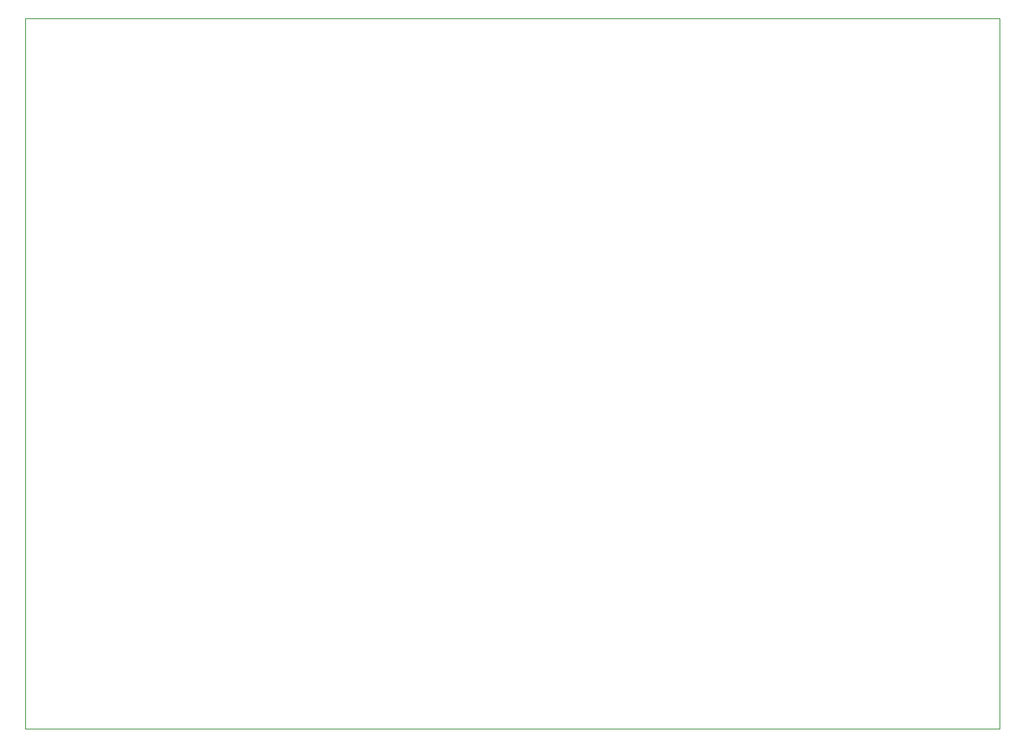
<source format=gbr>
%TF.GenerationSoftware,KiCad,Pcbnew,(7.0.0)*%
%TF.CreationDate,2023-08-10T15:18:18+02:00*%
%TF.ProjectId,JIG_MULTI,4a49475f-4d55-44c5-9449-2e6b69636164,rev?*%
%TF.SameCoordinates,Original*%
%TF.FileFunction,Profile,NP*%
%FSLAX46Y46*%
G04 Gerber Fmt 4.6, Leading zero omitted, Abs format (unit mm)*
G04 Created by KiCad (PCBNEW (7.0.0)) date 2023-08-10 15:18:18*
%MOMM*%
%LPD*%
G01*
G04 APERTURE LIST*
%TA.AperFunction,Profile*%
%ADD10C,0.100000*%
%TD*%
G04 APERTURE END LIST*
D10*
X31750000Y-30480000D02*
X139700000Y-30480000D01*
X139700000Y-30480000D02*
X139700000Y-109220000D01*
X139700000Y-109220000D02*
X31750000Y-109220000D01*
X31750000Y-109220000D02*
X31750000Y-30480000D01*
M02*

</source>
